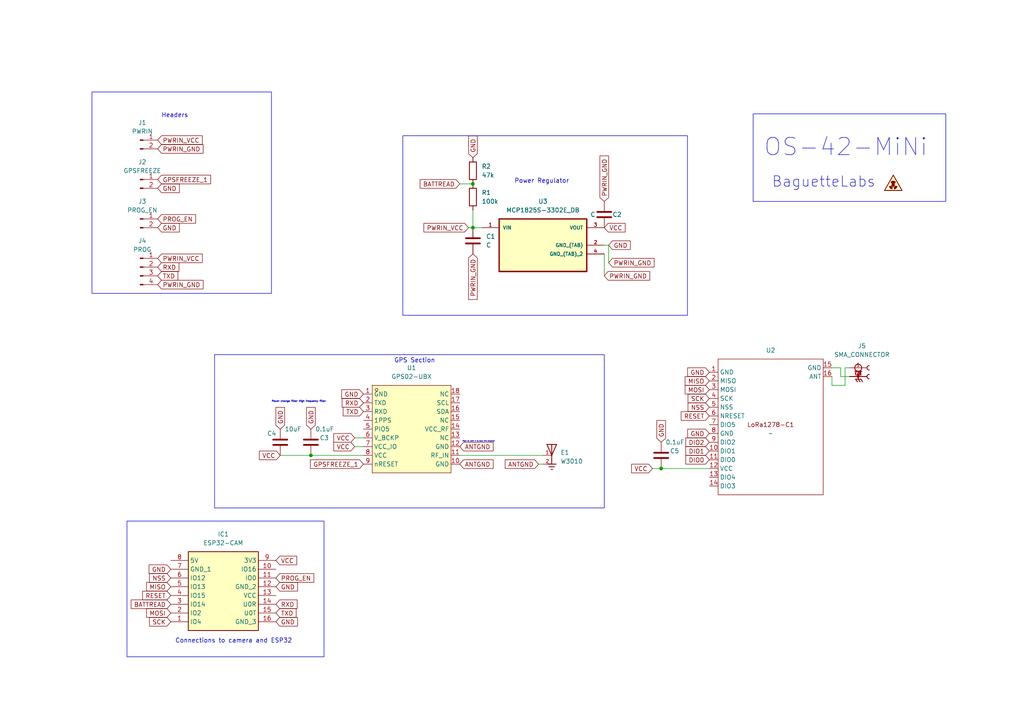
<source format=kicad_sch>
(kicad_sch (version 20230121) (generator eeschema)
  (paper "A4")
  (lib_symbols
    (symbol "Connector:Conn_01x02_Pin" (pin_names (offset 1.016) hide)
      (property "Reference" "J" (at 0 2.54 0))
      (property "Value" "Conn_01x02_Pin" (at 0 -5.08 0))
      (symbol "Conn_01x02_Pin_1_1"
        (polyline (pts (xy 1.27 -2.54) (xy 0.8636 -2.54)) (stroke (width 0.1524)))
        (polyline (pts (xy 1.27 0) (xy 0.8636 0)) (stroke (width 0.1524)))
        (rectangle (start 0.8636 -2.413) (end 0 -2.667) (stroke (width 0.1524)) (fill (type outline)))
        (rectangle (start 0.8636 0.127) (end 0 -0.127) (stroke (width 0.1524)) (fill (type outline)))
        (pin passive line (at 5.08 0 180) (length 3.81) (name "Pin_1") (number "1"))
        (pin passive line (at 5.08 -2.54 180) (length 3.81) (name "Pin_2") (number "2"))
      )
    )
    (symbol "Connector:Conn_01x04_Pin" (pin_names (offset 1.016) hide)
      (property "Reference" "J" (at 0 5.08 0))
      (property "Value" "Conn_01x04_Pin" (at 0 -7.62 0))
      (symbol "Conn_01x04_Pin_1_1"
        (polyline (pts (xy 1.27 -5.08) (xy 0.8636 -5.08)) (stroke (width 0.1524)))
        (polyline (pts (xy 1.27 -2.54) (xy 0.8636 -2.54)) (stroke (width 0.1524)))
        (polyline (pts (xy 1.27 0) (xy 0.8636 0)) (stroke (width 0.1524)))
        (polyline (pts (xy 1.27 2.54) (xy 0.8636 2.54)) (stroke (width 0.1524)))
        (rectangle (start 0.8636 -4.953) (end 0 -5.207) (stroke (width 0.1524)) (fill (type outline)))
        (rectangle (start 0.8636 -2.413) (end 0 -2.667) (stroke (width 0.1524)) (fill (type outline)))
        (rectangle (start 0.8636 0.127) (end 0 -0.127) (stroke (width 0.1524)) (fill (type outline)))
        (rectangle (start 0.8636 2.667) (end 0 2.413) (stroke (width 0.1524)) (fill (type outline)))
        (pin passive line (at 5.08 2.54 180) (length 3.81) (name "Pin_1") (number "1"))
        (pin passive line (at 5.08 0 180) (length 3.81) (name "Pin_2") (number "2"))
        (pin passive line (at 5.08 -2.54 180) (length 3.81) (name "Pin_3") (number "3"))
        (pin passive line (at 5.08 -5.08 180) (length 3.81) (name "Pin_4") (number "4"))
      )
    )
    (symbol "Device:C" (pin_numbers hide) (pin_names (offset 0.254))
      (property "Reference" "C" (at 0.635 2.54 0))
      (property "Value" "C" (at 0.635 -2.54 0))
      (symbol "C_0_1"
        (polyline (pts (xy -2.032 -0.762) (xy 2.032 -0.762)) (stroke (width 0.508)))
        (polyline (pts (xy -2.032 0.762) (xy 2.032 0.762)) (stroke (width 0.508)))
      )
      (symbol "C_1_1"
        (pin passive line (at 0 3.81 270) (length 2.794) (name "~") (number "1"))
        (pin passive line (at 0 -3.81 90) (length 2.794) (name "~") (number "2"))
      )
    )
    (symbol "Device:R" (pin_numbers hide) (pin_names (offset 0))
      (property "Reference" "R" (at 2.032 0 90))
      (property "Value" "R" (at 0 0 90))
      (symbol "R_0_1"
        (rectangle (start -1.016 -2.54) (end 1.016 2.54) (stroke (width 0.254)))
      )
      (symbol "R_1_1"
        (pin passive line (at 0 3.81 270) (length 1.27) (name "~") (number "1"))
        (pin passive line (at 0 -3.81 90) (length 1.27) (name "~") (number "2"))
      )
    )
    (symbol "ESP32CAM:ESP32-CAM"
      (property "Reference" "IC" (at 26.67 7.62 0))
      (property "Value" "ESP32-CAM" (at 26.67 5.08 0))
      (symbol "ESP32-CAM_1_1"
        (rectangle (start 5.08 2.54) (end 25.4 -20.32) (stroke (width 0.254)) (fill (type background)))
        (pin passive line (at 0 -17.78 0) (length 5.08) (name "IO4") (number "1"))
        (pin passive line (at 30.48 -2.54 180) (length 5.08) (name "IO16") (number "10"))
        (pin passive line (at 30.48 -5.08 180) (length 5.08) (name "IO0") (number "11"))
        (pin passive line (at 30.48 -7.62 180) (length 5.08) (name "GND_2") (number "12"))
        (pin passive line (at 30.48 -10.16 180) (length 5.08) (name "VCC") (number "13"))
        (pin passive line (at 30.48 -12.7 180) (length 5.08) (name "U0R") (number "14"))
        (pin passive line (at 30.48 -15.24 180) (length 5.08) (name "U0T") (number "15"))
        (pin passive line (at 30.48 -17.78 180) (length 5.08) (name "GND_3") (number "16"))
        (pin passive line (at 0 -15.24 0) (length 5.08) (name "IO2") (number "2"))
        (pin passive line (at 0 -12.7 0) (length 5.08) (name "IO14") (number "3"))
        (pin passive line (at 0 -10.16 0) (length 5.08) (name "IO15") (number "4"))
        (pin passive line (at 0 -7.62 0) (length 5.08) (name "IO13") (number "5"))
        (pin passive line (at 0 -5.08 0) (length 5.08) (name "IO12") (number "6"))
        (pin passive line (at 0 -2.54 0) (length 5.08) (name "GND_1") (number "7"))
        (pin passive line (at 0 0 0) (length 5.08) (name "5V") (number "8"))
        (pin passive line (at 30.48 0 180) (length 5.08) (name "3V3") (number "9"))
      )
    )
    (symbol "GPS:GPS02-UBX"
      (property "Reference" "U" (at 0 15.24 0))
      (property "Value" "GPS02-UBX" (at 0 -15.24 0))
      (symbol "GPS02-UBX_0_1"
        (rectangle (start -11.43 12.7) (end 11.43 -12.7) (fill (type background)))
        (circle (center -10.16 11.43) (radius 0.38))
        (pin unspecified line (at -13.97 10.16 0) (length 2.54) (name "GND") (number "1"))
        (pin unspecified line (at 13.97 -10.16 180) (length 2.54) (name "GND") (number "10"))
        (pin unspecified line (at 13.97 -7.62 180) (length 2.54) (name "RF_IN") (number "11"))
        (pin unspecified line (at 13.97 -5.08 180) (length 2.54) (name "GND") (number "12"))
        (pin unspecified line (at 13.97 -2.54 180) (length 2.54) (name "NC") (number "13"))
        (pin unspecified line (at 13.97 0 180) (length 2.54) (name "VCC_RF") (number "14"))
        (pin unspecified line (at 13.97 2.54 180) (length 2.54) (name "NC") (number "15"))
        (pin unspecified line (at 13.97 5.08 180) (length 2.54) (name "SDA") (number "16"))
        (pin unspecified line (at 13.97 7.62 180) (length 2.54) (name "SCL") (number "17"))
        (pin unspecified line (at 13.97 10.16 180) (length 2.54) (name "NC") (number "18"))
        (pin unspecified line (at -13.97 7.62 0) (length 2.54) (name "TXD") (number "2"))
        (pin unspecified line (at -13.97 5.08 0) (length 2.54) (name "RXD") (number "3"))
        (pin unspecified line (at -13.97 2.54 0) (length 2.54) (name "1PPS") (number "4"))
        (pin unspecified line (at -13.97 0 0) (length 2.54) (name "PIO5") (number "5"))
        (pin unspecified line (at -13.97 -2.54 0) (length 2.54) (name "V_BCKP") (number "6"))
        (pin unspecified line (at -13.97 -5.08 0) (length 2.54) (name "VCC_IO") (number "7"))
        (pin unspecified line (at -13.97 -7.62 0) (length 2.54) (name "VCC") (number "8"))
        (pin unspecified line (at -13.97 -10.16 0) (length 2.54) (name "nRESET") (number "9"))
      )
    )
    (symbol "GPSANT:W3010" (pin_names (offset 1.016))
      (property "Reference" "E" (at 2.0344 0.7629 0))
      (property "Value" "W3010" (at 2.1628 -1.0178 0))
      (symbol "W3010_0_0"
        (polyline (pts (xy -1.397 3.175) (xy 0 3.175)) (stroke (width 0.254)))
        (polyline (pts (xy -0.762 -3.302) (xy 0.762 -3.302)) (stroke (width 0.254)))
        (polyline (pts (xy -0.127 -4.064) (xy 0.254 -4.064)) (stroke (width 0.254)))
        (polyline (pts (xy 0 -2.54) (xy -1.27 -2.54)) (stroke (width 0.254)))
        (polyline (pts (xy 0 -2.54) (xy 1.27 -2.54)) (stroke (width 0.254)))
        (polyline (pts (xy 0 0) (xy -1.397 3.175)) (stroke (width 0.254)))
        (polyline (pts (xy 0 0) (xy 0 -2.54)) (stroke (width 0.254)))
        (polyline (pts (xy 0 3.175) (xy 0 0)) (stroke (width 0.254)))
        (polyline (pts (xy 0 3.175) (xy 1.397 3.175)) (stroke (width 0.254)))
        (polyline (pts (xy 1.397 3.175) (xy 0 0)) (stroke (width 0.254)))
        (pin passive line (at -2.54 0 0) (length 2.54) (name "~") (number "1"))
        (pin power_in line (at -2.54 -2.54 0) (length 2.54) (name "~") (number "2"))
      )
    )
    (symbol "Graphic:SYM_Radioactive_Radiation_Small" (in_bom no) (on_board no)
      (symbol "SYM_Radioactive_Radiation_Small_0_0"
        (arc (start -1.1176 -0.7366) (mid -0.8421 -1.2231) (end -0.3556 -1.4986))
        (arc (start -0.6096 -0.6096) (mid -0.4656 -0.8429) (end -0.2286 -0.9906))
        (circle (center -0.0254 -0.3556) (radius 0.3556) (stroke (width 0.254)) (fill (type outline)))
        (polyline (pts (xy -1.1176 -0.7366) (xy -0.6096 -0.6096)))
        (polyline (pts (xy -0.635 0.6096) (xy -0.381 0.1016)))
        (polyline (pts (xy -0.3556 -1.4986) (xy -0.2286 -0.9906)))
        (polyline (pts (xy 0.3556 -1.4986) (xy 0.2286 -0.9906)))
        (polyline (pts (xy 0.635 0.6096) (xy 0.381 0.1016)))
        (polyline (pts (xy 1.1176 -0.7366) (xy 0.6096 -0.6096)))
        (polyline (pts (xy -0.6096 -0.6604) (xy -0.508 -0.8636) (xy -0.254 -0.9652) (xy -0.4064 -1.4732) (xy -0.762 -1.2192) (xy -0.9652 -1.016) (xy -1.0668 -0.7112) (xy -0.6096 -0.6604)) (fill (type outline)))
        (polyline (pts (xy 0.6096 -0.6096) (xy 0.4572 -0.8636) (xy 0.254 -1.016) (xy 0.4064 -1.4732) (xy 0.7112 -1.27) (xy 0.9144 -1.0668) (xy 1.0668 -0.762) (xy 0.6096 -0.6604)) (fill (type outline)))
        (polyline (pts (xy -0.3556 0.1524) (xy -0.1016 0.254) (xy 0.1524 0.254) (xy 0.3556 0.1016) (xy 0.6096 0.6096) (xy 0.3556 0.7112) (xy 0.1016 0.762) (xy -0.1524 0.762) (xy -0.4572 0.6604) (xy -0.6096 0.6096) (xy -0.4064 0.1524)) (fill (type outline)))
        (arc (start 0.2286 -0.9906) (mid 0.4619 -0.8466) (end 0.6096 -0.6096))
        (arc (start 0.3556 -1.4986) (mid 0.8421 -1.2231) (end 1.1176 -0.7366))
        (arc (start 0.381 0.1016) (mid 0 0.2594) (end -0.381 0.1016))
        (arc (start 0.635 0.6096) (mid 0 0.8131) (end -0.635 0.6096))
      )
      (symbol "SYM_Radioactive_Radiation_Small_0_1"
        (polyline (pts (xy -2.54 -1.905) (xy 2.54 -1.905) (xy 0 2.54) (xy -2.54 -1.905)) (stroke (width 0.254)) (fill (type background)))
      )
    )
    (symbol "LoRa1278:LoRa1278-C1"
      (property "Reference" "U" (at 0 0 0))
      (symbol "LoRa1278-C1_0_1"
        (rectangle (start -15.24 21.59) (end 15.24 -17.78))
      )
      (symbol "LoRa1278-C1_1_1"
        (text "LoRa1278-C1" (at 0 2.54 0) (effects (font (size 1.27 1.27))))
        (pin power_in line (at -17.78 17.78 0) (length 2.54) (name "GND") (number "1"))
        (pin input line (at -17.78 -5.08 0) (length 2.54) (name "DIO1") (number "10"))
        (pin input line (at -17.78 -7.62 0) (length 2.54) (name "DIO0") (number "11"))
        (pin power_in line (at -17.78 -10.16 0) (length 2.54) (name "VCC") (number "12"))
        (pin input line (at -17.78 -12.7 0) (length 2.54) (name "DIO4") (number "13"))
        (pin input line (at -17.78 -15.24 0) (length 2.54) (name "DIO3") (number "14"))
        (pin power_out line (at 17.78 19.05 180) (length 2.54) (name "GND") (number "15"))
        (pin output line (at 17.78 16.51 180) (length 2.54) (name "ANT") (number "16"))
        (pin input line (at -17.78 15.24 0) (length 2.54) (name "MISO") (number "2"))
        (pin input line (at -17.78 12.7 0) (length 2.54) (name "MOSI") (number "3"))
        (pin input line (at -17.78 10.16 0) (length 2.54) (name "SCK") (number "4"))
        (pin input line (at -17.78 7.62 0) (length 2.54) (name "NSS") (number "5"))
        (pin input line (at -17.78 5.08 0) (length 2.54) (name "NRESET") (number "6"))
        (pin input line (at -17.78 2.54 0) (length 2.54) (name "DIO5") (number "7"))
        (pin power_in line (at -17.78 0 0) (length 2.54) (name "GND") (number "8"))
        (pin input line (at -17.78 -2.54 0) (length 2.54) (name "DIO2") (number "9"))
      )
    )
    (symbol "SMACONN:SMA_CONNECTOR" (pin_names (offset 1.016))
      (property "Reference" "J" (at -3.81 1.524 0))
      (property "Value" "SMA_CONNECTOR" (at -4.064 -6.858 0))
      (symbol "SMA_CONNECTOR_0_0"
        (arc (start -3.175 -3.175) (mid -2.5427 -2.54) (end -3.175 -1.905) (stroke (width 0.254)))
        (arc (start -3.175 -0.635) (mid -2.5427 0) (end -3.175 0.635) (stroke (width 0.254)))
        (circle (center 0 -2.54) (radius 0.254) (stroke (width 0.254)))
        (polyline (pts (xy -1.016 -1.016) (xy 0 -1.016)) (stroke (width 0.254)))
        (polyline (pts (xy -0.762 -3.302) (xy -1.27 -4.064)) (stroke (width 0.254)))
        (polyline (pts (xy 0 -3.302) (xy -0.762 -3.302)) (stroke (width 0.254)))
        (polyline (pts (xy 0 -3.302) (xy -0.508 -4.064)) (stroke (width 0.254)))
        (polyline (pts (xy 0 -3.302) (xy 0.762 -3.302)) (stroke (width 0.254)))
        (polyline (pts (xy 0 -1.016) (xy 0 -3.302)) (stroke (width 0.254)))
        (polyline (pts (xy 0 -1.016) (xy 1.016 -1.016)) (stroke (width 0.254)))
        (polyline (pts (xy 0.762 -3.302) (xy 0.254 -4.064)) (stroke (width 0.254)))
        (circle (center 0 0) (radius 1.016) (stroke (width 0.254)))
        (pin passive line (at 2.54 0 180) (length 5.08) (name "~") (number "1"))
        (pin passive line (at 2.54 -2.54 180) (length 5.08) (name "~") (number "G1"))
        (pin passive line (at 2.54 -2.54 180) (length 5.08) (name "~") (number "G2"))
        (pin passive line (at 2.54 -2.54 180) (length 5.08) (name "~") (number "G3"))
        (pin passive line (at 2.54 -2.54 180) (length 5.08) (name "~") (number "G4"))
      )
    )
    (symbol "Voltage Reg:MCP1825S-3302E_DB" (pin_names (offset 1.016))
      (property "Reference" "U" (at -12.7 8.62 0))
      (property "Value" "MCP1825S-3302E_DB" (at -12.7 -11.62 0))
      (symbol "MCP1825S-3302E_DB_0_0"
        (rectangle (start -12.7 -7.62) (end 12.7 7.62) (stroke (width 0.41)) (fill (type background)))
        (pin input line (at -17.78 5.08 0) (length 5.08) (name "VIN") (number "1"))
        (pin power_in line (at 17.78 0 180) (length 5.08) (name "GND_(TAB)") (number "2"))
        (pin output line (at 17.78 5.08 180) (length 5.08) (name "VOUT") (number "3"))
        (pin power_in line (at 17.78 -2.54 180) (length 5.08) (name "GND_(TAB)_2") (number "4"))
      )
    )
  )
  (junction (at 90.17 132.08))
  (junction (at 137.16 53.34))
  (junction (at 137.16 66.04))
  (junction (at 191.77 135.89))
  (wire (pts (xy 135.89 66.04) (xy 137.16 66.04)))
  (wire (pts (xy 243.84 109.22) (xy 246.38 109.22)))
  (wire (pts (xy 176.53 76.2) (xy 176.53 71.12)))
  (wire (pts (xy 245.11 106.68) (xy 246.38 106.68)))
  (wire (pts (xy 137.16 66.04) (xy 139.7 66.04)))
  (wire (pts (xy 81.28 132.08) (xy 90.17 132.08)))
  (wire (pts (xy 133.35 53.34) (xy 137.16 53.34)))
  (wire (pts (xy 241.3 106.68) (xy 243.84 106.68)))
  (wire (pts (xy 157.48 132.08) (xy 133.35 132.08)))
  (wire (pts (xy 176.53 71.12) (xy 175.26 71.12)))
  (wire (pts (xy 175.26 80.01) (xy 175.26 73.66)))
  (wire (pts (xy 245.11 111.76) (xy 245.11 106.68)))
  (wire (pts (xy 137.16 60.96) (xy 137.16 66.04)))
  (wire (pts (xy 157.48 134.62) (xy 156.21 134.62)))
  (wire (pts (xy 102.87 127) (xy 105.41 127)))
  (wire (pts (xy 191.77 135.89) (xy 205.74 135.89)))
  (wire (pts (xy 90.17 132.08) (xy 105.41 132.08)))
  (wire (pts (xy 243.84 106.68) (xy 243.84 109.22)))
  (wire (pts (xy 241.3 111.76) (xy 245.11 111.76)))
  (wire (pts (xy 241.3 109.22) (xy 241.3 111.76)))
  (wire (pts (xy 102.87 129.54) (xy 105.41 129.54)))
  (wire (pts (xy 189.23 135.89) (xy 191.77 135.89)))
  (rectangle (start 62.23 102.87) (end 175.26 147.32))
  (rectangle (start 36.83 151.13) (end 93.98 190.5))
  (rectangle (start 116.84 39.37) (end 199.39 91.44))
  (rectangle (start 218.44 33.02) (end 274.32 58.42))
  (rectangle (start 26.67 26.67) (end 78.74 85.09))
  (text "BaguetteLabs" (at 254 54.61 0) (effects (font (size 3 3)) (justify right bottom)))
  (text "Headers" (at 54.61 34.29 0) (effects (font (size 1.27 1.27)) (justify right bottom)))
  (text "Might be worth it to leave this hanging?" (at 143.51 128.27 0) (effects (font (size 0.3 0.3)) (justify right bottom)))
  (text "Power Regulator" (at 165.1 53.34 0) (effects (font (size 1.27 1.27)) (justify right bottom)))
  (text "Power change filter High frequency filter" (at 78.74 116.84 0) (effects (font (size 0.5 0.5)) (justify left bottom)))
  (text "OS-42-MiNi" (at 269.24 45.72 0) (effects (font (size 5 5)) (justify right bottom)))
  (text "Connections to camera and ESP32" (at 50.8 186.69 0) (effects (font (size 1.27 1.27)) (justify left bottom)))
  (text "GPS Section\n" (at 114.3 105.41 0) (effects (font (size 1.27 1.27)) (justify left bottom)))
  (global_label "NSS" (shape input) (at 49.53 167.64 180) (property "Intersheetrefs" "${INTERSHEET_REFS}" (effects hide)))
  (global_label "PWRIN_GND" (shape input) (at 137.16 73.66 270) (property "Intersheetrefs" "${INTERSHEET_REFS}" (effects hide)))
  (global_label "PWRIN_VCC" (shape input) (at 45.72 74.93 0) (property "Intersheetrefs" "${INTERSHEET_REFS}" (effects hide)))
  (global_label "BATTREAD" (shape input) (at 133.35 53.34 180) (property "Intersheetrefs" "${INTERSHEET_REFS}" (effects hide)))
  (global_label "PWRIN_GND" (shape input) (at 176.53 76.2 0) (property "Intersheetrefs" "${INTERSHEET_REFS}" (effects hide)))
  (global_label "MISO" (shape input) (at 49.53 170.18 180) (property "Intersheetrefs" "${INTERSHEET_REFS}" (effects hide)))
  (global_label "GND" (shape input) (at 105.41 114.3 180) (property "Intersheetrefs" "${INTERSHEET_REFS}" (effects hide)))
  (global_label "RXD" (shape input) (at 45.72 77.47 0) (property "Intersheetrefs" "${INTERSHEET_REFS}" (effects hide)))
  (global_label "GND" (shape input) (at 81.28 124.46 90) (property "Intersheetrefs" "${INTERSHEET_REFS}" (effects hide)))
  (global_label "NSS" (shape input) (at 205.74 118.11 180) (property "Intersheetrefs" "${INTERSHEET_REFS}" (effects hide)))
  (global_label "MOSI" (shape input) (at 205.74 113.03 180) (property "Intersheetrefs" "${INTERSHEET_REFS}" (effects hide)))
  (global_label "VCC" (shape input) (at 102.87 129.54 180) (property "Intersheetrefs" "${INTERSHEET_REFS}" (effects hide)))
  (global_label "BATTREAD" (shape input) (at 49.53 175.26 180) (property "Intersheetrefs" "${INTERSHEET_REFS}" (effects hide)))
  (global_label "GND" (shape input) (at 80.01 180.34 0) (property "Intersheetrefs" "${INTERSHEET_REFS}" (effects hide)))
  (global_label "ANTGND" (shape input) (at 133.35 129.54 0) (property "Intersheetrefs" "${INTERSHEET_REFS}" (effects hide)))
  (global_label "DIO1" (shape input) (at 205.74 130.81 180) (property "Intersheetrefs" "${INTERSHEET_REFS}" (effects hide)))
  (global_label "SCK" (shape input) (at 205.74 115.57 180) (property "Intersheetrefs" "${INTERSHEET_REFS}" (effects hide)))
  (global_label "RESET" (shape input) (at 49.53 172.72 180) (property "Intersheetrefs" "${INTERSHEET_REFS}" (effects hide)))
  (global_label "SCK" (shape input) (at 49.53 180.34 180) (property "Intersheetrefs" "${INTERSHEET_REFS}" (effects hide)))
  (global_label "GND" (shape input) (at 176.53 71.12 0) (property "Intersheetrefs" "${INTERSHEET_REFS}" (effects hide)))
  (global_label "RESET" (shape input) (at 205.74 120.65 180) (property "Intersheetrefs" "${INTERSHEET_REFS}" (effects hide)))
  (global_label "GND" (shape input) (at 205.74 125.73 180) (property "Intersheetrefs" "${INTERSHEET_REFS}" (effects hide)))
  (global_label "VCC" (shape input) (at 102.87 127 180) (property "Intersheetrefs" "${INTERSHEET_REFS}" (effects hide)))
  (global_label "GND" (shape input) (at 45.72 54.61 0) (property "Intersheetrefs" "${INTERSHEET_REFS}" (effects hide)))
  (global_label "GND" (shape input) (at 90.17 124.46 90) (property "Intersheetrefs" "${INTERSHEET_REFS}" (effects hide)))
  (global_label "TXD" (shape input) (at 45.72 80.01 0) (property "Intersheetrefs" "${INTERSHEET_REFS}" (effects hide)))
  (global_label "TXD" (shape input) (at 80.01 177.8 0) (property "Intersheetrefs" "${INTERSHEET_REFS}" (effects hide)))
  (global_label "PWRIN_VCC" (shape input) (at 135.89 66.04 180) (property "Intersheetrefs" "${INTERSHEET_REFS}" (effects hide)))
  (global_label "DIO2" (shape input) (at 205.74 128.27 180) (property "Intersheetrefs" "${INTERSHEET_REFS}" (effects hide)))
  (global_label "GND" (shape input) (at 80.01 170.18 0) (property "Intersheetrefs" "${INTERSHEET_REFS}" (effects hide)))
  (global_label "PWRIN_VCC" (shape input) (at 45.72 40.64 0) (property "Intersheetrefs" "${INTERSHEET_REFS}" (effects hide)))
  (global_label "VCC" (shape input) (at 189.23 135.89 180) (property "Intersheetrefs" "${INTERSHEET_REFS}" (effects hide)))
  (global_label "TXD" (shape input) (at 105.41 119.38 180) (property "Intersheetrefs" "${INTERSHEET_REFS}" (effects hide)))
  (global_label "PWRIN_GND" (shape input) (at 45.72 82.55 0) (property "Intersheetrefs" "${INTERSHEET_REFS}" (effects hide)))
  (global_label "VCC" (shape input) (at 80.01 162.56 0) (property "Intersheetrefs" "${INTERSHEET_REFS}" (effects hide)))
  (global_label "GND" (shape input) (at 45.72 66.04 0) (property "Intersheetrefs" "${INTERSHEET_REFS}" (effects hide)))
  (global_label "GND" (shape input) (at 49.53 165.1 180) (property "Intersheetrefs" "${INTERSHEET_REFS}" (effects hide)))
  (global_label "PWRIN_GND" (shape input) (at 175.26 80.01 0) (property "Intersheetrefs" "${INTERSHEET_REFS}" (effects hide)))
  (global_label "ANTGND" (shape input) (at 156.21 134.62 180) (property "Intersheetrefs" "${INTERSHEET_REFS}" (effects hide)))
  (global_label "GND" (shape input) (at 205.74 107.95 180) (property "Intersheetrefs" "${INTERSHEET_REFS}" (effects hide)))
  (global_label "PROG_EN" (shape input) (at 45.72 63.5 0) (property "Intersheetrefs" "${INTERSHEET_REFS}" (effects hide)))
  (global_label "RXD" (shape input) (at 105.41 116.84 180) (property "Intersheetrefs" "${INTERSHEET_REFS}" (effects hide)))
  (global_label "GPSFREEZE_1" (shape input) (at 45.72 52.07 0) (property "Intersheetrefs" "${INTERSHEET_REFS}" (effects hide)))
  (global_label "MOSI" (shape input) (at 49.53 177.8 180) (property "Intersheetrefs" "${INTERSHEET_REFS}" (effects hide)))
  (global_label "GND" (shape input) (at 137.16 45.72 90) (property "Intersheetrefs" "${INTERSHEET_REFS}" (effects hide)))
  (global_label "PROG_EN" (shape input) (at 80.01 167.64 0) (property "Intersheetrefs" "${INTERSHEET_REFS}" (effects hide)))
  (global_label "PWRIN_GND" (shape input) (at 175.26 58.42 90) (property "Intersheetrefs" "${INTERSHEET_REFS}" (effects hide)))
  (global_label "MISO" (shape input) (at 205.74 110.49 180) (property "Intersheetrefs" "${INTERSHEET_REFS}" (effects hide)))
  (global_label "VCC" (shape input) (at 175.26 66.04 0) (property "Intersheetrefs" "${INTERSHEET_REFS}" (effects hide)))
  (global_label "VCC" (shape input) (at 81.28 132.08 180) (property "Intersheetrefs" "${INTERSHEET_REFS}" (effects hide)))
  (global_label "DIO0" (shape input) (at 205.74 133.35 180) (property "Intersheetrefs" "${INTERSHEET_REFS}" (effects hide)))
  (global_label "GND" (shape input) (at 191.77 128.27 90) (property "Intersheetrefs" "${INTERSHEET_REFS}" (effects hide)))
  (global_label "PWRIN_GND" (shape input) (at 45.72 43.18 0) (property "Intersheetrefs" "${INTERSHEET_REFS}" (effects hide)))
  (global_label "GPSFREEZE_1" (shape input) (at 105.41 134.62 180) (property "Intersheetrefs" "${INTERSHEET_REFS}" (effects hide)))
  (global_label "RXD" (shape input) (at 80.01 175.26 0) (property "Intersheetrefs" "${INTERSHEET_REFS}" (effects hide)))
  (global_label "ANTGND" (shape input) (at 133.35 134.62 0) (property "Intersheetrefs" "${INTERSHEET_REFS}" (effects hide)))
  (symbol (lib_id "GPS:GPS02-UBX") (at 119.38 124.46 0) (unit 1)
    (property "Reference" "U1" (at 119.38 106.68 0))
    (property "Value" "GPS02-UBX" (at 119.38 109.22 0))
    (property "Footprint" "OS42-components:GPS02" (effects hide))
    (property "LCSC Part" "C5356636" (effects hide))
  )
  (symbol (lib_id "Connector:Conn_01x02_Pin") (at 40.64 40.64 0) (unit 1)
    (property "Reference" "J1" (at 41.275 35.56 0))
    (property "Value" "PWRIN" (at 41.275 38.1 0))
    (property "Footprint" "Connector_PinSocket_2.54mm:PinSocket_1x02_P2.54mm_Vertical" (effects hide))
  )
  (symbol (lib_id "Connector:Conn_01x02_Pin") (at 40.64 52.07 0) (unit 1)
    (property "Reference" "J2" (at 41.275 46.99 0))
    (property "Value" "GPSFREEZE" (at 41.275 49.53 0))
    (property "Footprint" "Connector_PinSocket_2.54mm:PinSocket_1x02_P2.54mm_Vertical" (effects hide))
  )
  (symbol (lib_id "Graphic:SYM_Radioactive_Radiation_Small") (at 259.08 53.34 0) (unit 1) (in_bom no) (on_board no)
    (property "Reference" "#SYM1" (effects hide))
    (property "Value" "SYM_Radioactive_Radiation_Small" (effects hide))
    (property "Sim.Enable" "0" (effects hide))
  )
  (symbol (lib_id "Device:R") (at 137.16 49.53 0) (unit 1)
    (property "Reference" "R2" (at 139.7 48.26 0) (effects (justify left)))
    (property "Value" "47k" (at 139.7 50.8 0) (effects (justify left)))
    (property "Footprint" "Resistor_SMD:R_2010_5025Metric_Pad1.40x2.65mm_HandSolder" (effects hide))
  )
  (symbol (lib_id "Device:C") (at 175.26 62.23 180) (unit 1)
    (property "Reference" "C2" (at 180.34 62.23 0) (effects (justify left)))
    (property "Value" "C" (at 172.72 62.23 0) (effects (justify left)))
    (property "Footprint" "Capacitor_SMD:C_0805_2012Metric_Pad1.18x1.45mm_HandSolder" (effects hide))
  )
  (symbol (lib_id "Device:C") (at 191.77 132.08 0) (unit 1)
    (property "Reference" "C5" (at 194.31 130.81 0) (effects (justify left)))
    (property "Value" "0.1uF" (at 193.04 128.27 0) (effects (justify left)))
    (property "Footprint" "Capacitor_SMD:C_0805_2012Metric_Pad1.18x1.45mm_HandSolder" (effects hide))
  )
  (symbol (lib_id "SMACONN:SMA_CONNECTOR") (at 248.92 106.68 0) (mirror y) (unit 1)
    (property "Reference" "J5" (at 249.9995 100.33 0))
    (property "Value" "SMA_CONNECTOR" (at 249.9995 102.87 0))
    (property "Footprint" "OS42-components:LPRS_SMA_CONNECTOR" (effects hide))
    (property "MF" "LPRS" (effects hide))
    (property "MAXIMUM_PACKAGE_HEIGHT" "8.3 mm" (effects hide))
    (property "Package" "None" (effects hide))
    (property "Price" "None" (effects hide))
    (property "Check_prices" "https://www.snapeda.com/parts/SMA%20CONNECTOR/LPRS/view-part/?ref=eda" (effects hide))
    (property "STANDARD" "Manufacturer Recommendations" (effects hide))
    (property "PARTREV" "1.3" (effects hide))
    (property "SnapEDA_Link" "https://www.snapeda.com/parts/SMA%20CONNECTOR/LPRS/view-part/?ref=snap" (effects hide))
    (property "MP" "SMA CONNECTOR" (effects hide))
    (property "Description" "\nRF Coaxial Straight SMA Connector\n" (effects hide))
    (property "Availability" "In Stock" (effects hide))
    (property "MANUFACTURER" "LPRS" (effects hide))
  )
  (symbol (lib_id "Device:C") (at 81.28 128.27 0) (unit 1)
    (property "Reference" "C4" (at 77.47 125.73 0) (effects (justify left)))
    (property "Value" "10uF" (at 82.55 124.46 0) (effects (justify left)))
    (property "Footprint" "Capacitor_SMD:C_0805_2012Metric_Pad1.18x1.45mm_HandSolder" (effects hide))
  )
  (symbol (lib_id "LoRa1278:LoRa1278-C1") (at 223.52 125.73 0) (unit 1)
    (property "Reference" "U2" (at 223.52 101.6 0))
    (property "Value" "~" (at 223.52 125.73 0))
    (property "Footprint" "OS42-components:LoRa1278" (effects hide))
  )
  (symbol (lib_id "Connector:Conn_01x02_Pin") (at 40.64 63.5 0) (unit 1)
    (property "Reference" "J3" (at 41.275 58.42 0))
    (property "Value" "PROG_EN" (at 41.275 60.96 0))
    (property "Footprint" "Connector_PinSocket_2.54mm:PinSocket_1x02_P2.54mm_Vertical" (effects hide))
  )
  (symbol (lib_id "ESP32CAM:ESP32-CAM") (at 49.53 162.56 0) (unit 1)
    (property "Reference" "IC1" (at 64.77 154.94 0))
    (property "Value" "ESP32-CAM" (at 64.77 157.48 0))
    (property "Footprint" "OS42-components:ESP32CAM" (effects hide))
    (property "Datasheet" "https://datasheet.lcsc.com/szlcsc/Ai-Thinker-ESP32-CAM_C277946.pdf" (effects hide))
    (property "Height" "5" (effects hide))
    (property "Manufacturer_Name" "Ai-Thinker" (effects hide))
    (property "Manufacturer_Part_Number" "ESP32-CAM" (effects hide))
  )
  (symbol (lib_id "Device:C") (at 90.17 128.27 0) (unit 1)
    (property "Reference" "C3" (at 92.71 127 0) (effects (justify left)))
    (property "Value" "0.1uF" (at 91.44 124.46 0) (effects (justify left)))
    (property "Footprint" "Capacitor_SMD:C_0805_2012Metric_Pad1.18x1.45mm_HandSolder" (effects hide))
  )
  (symbol (lib_id "Device:R") (at 137.16 57.15 0) (unit 1)
    (property "Reference" "R1" (at 139.7 55.88 0) (effects (justify left)))
    (property "Value" "100k" (at 139.7 58.42 0) (effects (justify left)))
    (property "Footprint" "Resistor_SMD:R_2010_5025Metric_Pad1.40x2.65mm_HandSolder" (effects hide))
  )
  (symbol (lib_id "Device:C") (at 137.16 69.85 0) (unit 1)
    (property "Reference" "C1" (at 140.97 68.58 0) (effects (justify left)))
    (property "Value" "C" (at 140.97 71.12 0) (effects (justify left)))
    (property "Footprint" "Capacitor_SMD:C_0805_2012Metric_Pad1.18x1.45mm_HandSolder" (effects hide))
  )
  (symbol (lib_id "Connector:Conn_01x04_Pin") (at 40.64 77.47 0) (unit 1)
    (property "Reference" "J4" (at 41.275 69.85 0))
    (property "Value" "PROG" (at 41.275 72.39 0))
    (property "Footprint" "Connector_PinSocket_2.54mm:PinSocket_1x04_P2.54mm_Vertical" (effects hide))
  )
  (symbol (lib_id "Voltage Reg:MCP1825S-3302E_DB") (at 157.48 71.12 0) (unit 1)
    (property "Reference" "U3" (at 157.48 58.42 0))
    (property "Value" "MCP1825S-3302E_DB" (at 157.48 60.96 0))
    (property "Footprint" "OS42-components:SOT230P700X180-4N" (effects hide))
    (property "MF" "Microchip" (effects hide))
    (property "Description" "\nPwr Sply Func,Voltage Regulator,Linear, LDO,SOT-223,IS 120uA,VO 3.3V,Vn 2uV/?Hz | Microchip Technology Inc. MCP1825S-3302E/DB\n" (effects hide))
    (property "Package" "SOT-223 Microchip Technology" (effects hide))
    (property "Price" "None" (effects hide))
    (property "SnapEDA_Link" "https://www.snapeda.com/parts/MCP1825S-3302E/DB/Microchip/view-part/?ref=snap" (effects hide))
    (property "MP" "MCP1825S-3302E/DB" (effects hide))
    (property "Availability" "In Stock" (effects hide))
    (property "Check_prices" "https://www.snapeda.com/parts/MCP1825S-3302E/DB/Microchip/view-part/?ref=eda" (effects hide))
  )
  (symbol (lib_id "GPSANT:W3010") (at 160.02 132.08 0) (unit 1)
    (property "Reference" "E1" (at 162.56 131.2545 0) (effects (justify left)))
    (property "Value" "W3010" (at 162.56 133.7945 0) (effects (justify left)))
    (property "Footprint" "OS42-components:XCVR_W3010" (effects hide))
    (property "PARTREV" "L192.C 2/16" (effects hide))
    (property "MANUFACTURER" "Pulse" (effects hide))
    (property "MAXIMUM_PACKAGE_HEIGHT" "2mm" (effects hide))
    (property "STANDARD" "Manufacturer Recommendations" (effects hide))
  )
)
</source>
